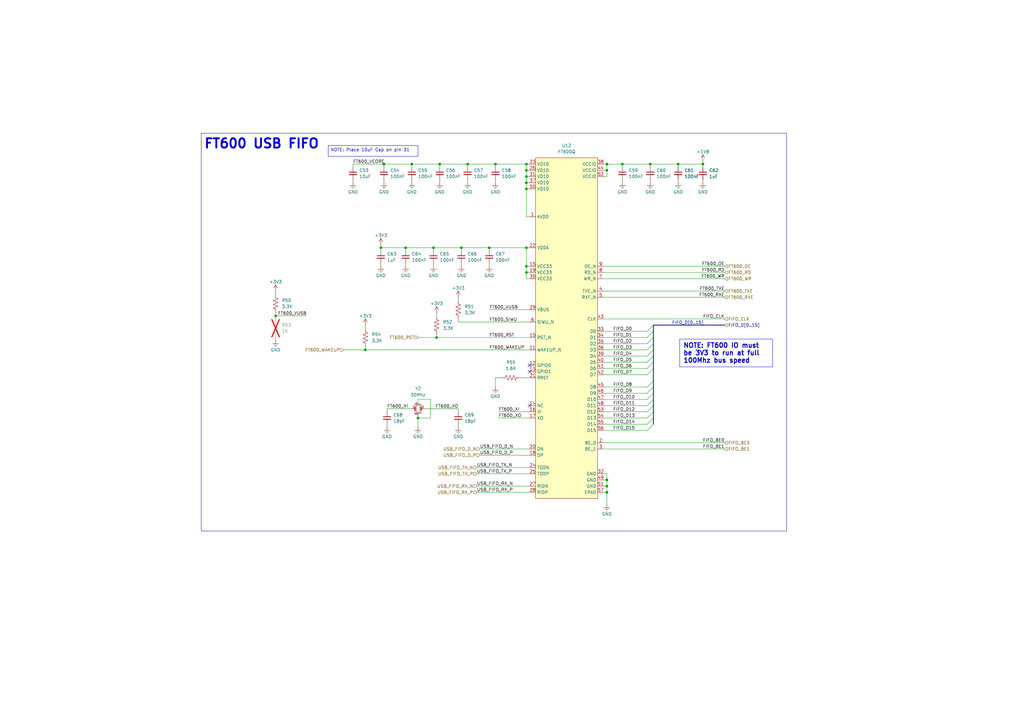
<source format=kicad_sch>
(kicad_sch (version 20231120) (generator "eeschema") (generator_version "8.0")
  (paper "A3")
  (title_block (title "USB-FIFO") (date "2024-10-14") (rev "2.0") (company "Drexel University") (comment 1 "Designed by John Hofmeyr"))
  (lib_symbols
    (symbol "Device:C_Small" (pin_numbers hide) (pin_names (offset 0.254) hide)
      (property "Reference" "C" (at 0.254 1.778 0))
      (property "Value" "C_Small" (at 0.254 -2.032 0))
      (symbol "C_Small_0_1"
        (polyline (pts (xy -1.524 -0.508) (xy 1.524 -0.508)) (stroke (width 0.3302)))
        (polyline (pts (xy -1.524 0.508) (xy 1.524 0.508)) (stroke (width 0.3048)))
      )
      (symbol "C_Small_1_1"
        (pin passive line (at 0 2.54 270) (length 2.032) (name "~") (number "1"))
        (pin passive line (at 0 -2.54 90) (length 2.032) (name "~") (number "2"))
      )
    )
    (symbol "Device:Crystal_GND24_Small" (pin_names (offset 1.016) hide)
      (property "Reference" "Y" (at 1.27 4.445 0))
      (property "Value" "Crystal_GND24_Small" (at 1.27 2.54 0))
      (symbol "Crystal_GND24_Small_0_1"
        (rectangle (start -0.762 -1.524) (end 0.762 1.524))
        (polyline (pts (xy -1.27 -0.762) (xy -1.27 0.762)) (stroke (width 0.381)))
        (polyline (pts (xy 1.27 -0.762) (xy 1.27 0.762)) (stroke (width 0.381)))
        (polyline (pts (xy -1.27 -1.27) (xy -1.27 -1.905) (xy 1.27 -1.905) (xy 1.27 -1.27)))
        (polyline (pts (xy -1.27 1.27) (xy -1.27 1.905) (xy 1.27 1.905) (xy 1.27 1.27)))
      )
      (symbol "Crystal_GND24_Small_1_1"
        (pin passive line (at -2.54 0 0) (length 1.27) (name "1") (number "1"))
        (pin passive line (at 0 -2.54 90) (length 0.635) (name "2") (number "2"))
        (pin passive line (at 2.54 0 180) (length 1.27) (name "3") (number "3"))
        (pin passive line (at 0 2.54 270) (length 0.635) (name "4") (number "4"))
      )
    )
    (symbol "Device:R_US" (pin_numbers hide) (pin_names (offset 0))
      (property "Reference" "R" (at 2.54 0 90))
      (property "Value" "R_US" (at -2.54 0 90))
      (symbol "R_US_0_1"
        (polyline (pts (xy 0 -2.286) (xy 0 -2.54)))
        (polyline (pts (xy 0 2.286) (xy 0 2.54)))
        (polyline (pts (xy 0 -0.762) (xy 1.016 -1.143) (xy 0 -1.524) (xy -1.016 -1.905) (xy 0 -2.286)))
        (polyline (pts (xy 0 0.762) (xy 1.016 0.381) (xy 0 0) (xy -1.016 -0.381) (xy 0 -0.762)))
        (polyline (pts (xy 0 2.286) (xy 1.016 1.905) (xy 0 1.524) (xy -1.016 1.143) (xy 0 0.762)))
      )
      (symbol "R_US_1_1"
        (pin passive line (at 0 3.81 270) (length 1.27) (name "~") (number "1"))
        (pin passive line (at 0 -3.81 90) (length 1.27) (name "~") (number "2"))
      )
    )
    (symbol "IO_Module:FT600Q"
      (property "Reference" "U" (at 12.7 3.81 0))
      (property "Value" "FT600Q" (at 12.7 1.27 0))
      (symbol "FT600Q_1_1"
        (rectangle (start 0 0) (end 25.4 -139.7) (fill (type background)))
        (pin passive line (at -2.54 -24.13 0) (length 2.54) (name "AVDD") (number "1"))
        (pin passive line (at -2.54 -73.66 0) (length 2.54) (name "RST_N") (number "10"))
        (pin passive line (at -2.54 -78.74 0) (length 2.54) (name "WAKEUP_N") (number "11"))
        (pin passive line (at -2.54 -85.09 0) (length 2.54) (name "GPIO0") (number "12"))
        (pin passive line (at -2.54 -87.63 0) (length 2.54) (name "GPIO1") (number "13"))
        (pin passive line (at -2.54 -101.6 0) (length 2.54) (name "NC") (number "14"))
        (pin passive line (at -2.54 -44.45 0) (length 2.54) (name "VCC33") (number "15"))
        (pin passive line (at -2.54 -104.14 0) (length 2.54) (name "XI") (number "16"))
        (pin passive line (at -2.54 -106.68 0) (length 2.54) (name "XO") (number "17"))
        (pin passive line (at -2.54 -121.92 0) (length 2.54) (name "DP") (number "18"))
        (pin passive line (at -2.54 -46.99 0) (length 2.54) (name "VCC33") (number "19"))
        (pin passive line (at 27.94 -116.84 180) (length 2.54) (name "BE_0") (number "2"))
        (pin passive line (at -2.54 -119.38 0) (length 2.54) (name "DN") (number "20"))
        (pin passive line (at -2.54 -90.17 0) (length 2.54) (name "RREF") (number "21"))
        (pin passive line (at -2.54 -36.83 0) (length 2.54) (name "VDDA") (number "22"))
        (pin passive line (at -2.54 -2.54 0) (length 2.54) (name "VD10") (number "23"))
        (pin passive line (at -2.54 -127 0) (length 2.54) (name "TODN") (number "24"))
        (pin passive line (at -2.54 -129.54 0) (length 2.54) (name "TODP") (number "25"))
        (pin passive line (at -2.54 -5.08 0) (length 2.54) (name "VD10") (number "26"))
        (pin passive line (at -2.54 -134.62 0) (length 2.54) (name "RIDN") (number "27"))
        (pin passive line (at -2.54 -137.16 0) (length 2.54) (name "RIDP") (number "28"))
        (pin passive line (at -2.54 -62.23 0) (length 2.54) (name "VBUS") (number "29"))
        (pin passive line (at 27.94 -119.38 180) (length 2.54) (name "BE_1") (number "3"))
        (pin passive line (at -2.54 -49.53 0) (length 2.54) (name "VCC33") (number "30"))
        (pin passive line (at -2.54 -7.62 0) (length 2.54) (name "VD10") (number "31"))
        (pin passive line (at 27.94 -129.54 180) (length 2.54) (name "GND") (number "32"))
        (pin passive line (at 27.94 -71.12 180) (length 2.54) (name "D0") (number "33"))
        (pin passive line (at 27.94 -73.66 180) (length 2.54) (name "D1") (number "34"))
        (pin passive line (at 27.94 -76.2 180) (length 2.54) (name "D2") (number "35"))
        (pin passive line (at 27.94 -78.74 180) (length 2.54) (name "D3") (number "36"))
        (pin passive line (at -2.54 -10.16 0) (length 2.54) (name "VD10") (number "37"))
        (pin passive line (at 27.94 -2.54 180) (length 2.54) (name "VCCIO") (number "38"))
        (pin passive line (at 27.94 -81.28 180) (length 2.54) (name "D4") (number "39"))
        (pin passive line (at 27.94 -54.61 180) (length 2.54) (name "TXE_N") (number "4"))
        (pin passive line (at 27.94 -83.82 180) (length 2.54) (name "D5") (number "40"))
        (pin passive line (at 27.94 -86.36 180) (length 2.54) (name "D6") (number "41"))
        (pin passive line (at 27.94 -88.9 180) (length 2.54) (name "D7") (number "42"))
        (pin passive line (at 27.94 -66.04 180) (length 2.54) (name "CLK") (number "43"))
        (pin passive line (at 27.94 -5.08 180) (length 2.54) (name "VCCIO") (number "44"))
        (pin passive line (at 27.94 -93.98 180) (length 2.54) (name "D8") (number "45"))
        (pin passive line (at 27.94 -96.52 180) (length 2.54) (name "D9") (number "46"))
        (pin passive line (at 27.94 -99.06 180) (length 2.54) (name "D10") (number "47"))
        (pin passive line (at 27.94 -101.6 180) (length 2.54) (name "D11") (number "48"))
        (pin passive line (at 27.94 -132.08 180) (length 2.54) (name "GND") (number "49"))
        (pin passive line (at 27.94 -57.15 180) (length 2.54) (name "RXF_N") (number "5"))
        (pin passive line (at -2.54 -12.7 0) (length 2.54) (name "VD10") (number "50"))
        (pin passive line (at 27.94 -134.62 180) (length 2.54) (name "GND") (number "51"))
        (pin passive line (at 27.94 -7.62 180) (length 2.54) (name "VCCIO") (number "52"))
        (pin passive line (at 27.94 -104.14 180) (length 2.54) (name "D12") (number "53"))
        (pin passive line (at 27.94 -106.68 180) (length 2.54) (name "D13") (number "54"))
        (pin passive line (at 27.94 -109.22 180) (length 2.54) (name "D14") (number "55"))
        (pin passive line (at 27.94 -111.76 180) (length 2.54) (name "D15") (number "56"))
        (pin passive line (at 27.94 -137.16 180) (length 2.54) (name "EPAD") (number "57"))
        (pin passive line (at -2.54 -67.31 0) (length 2.54) (name "SIWU_N") (number "6"))
        (pin passive line (at 27.94 -49.53 180) (length 2.54) (name "WR_N") (number "7"))
        (pin passive line (at 27.94 -46.99 180) (length 2.54) (name "RD_N") (number "8"))
        (pin passive line (at 27.94 -44.45 180) (length 2.54) (name "OE_N") (number "9"))
      )
    )
    (symbol "power:+1V8" (power) (pin_numbers hide) (pin_names (offset 0) hide)
      (property "Value" "+1V8" (at 0 3.556 0))
      (symbol "+1V8_0_1"
        (polyline (pts (xy -0.762 1.27) (xy 0 2.54)))
        (polyline (pts (xy 0 0) (xy 0 2.54)))
        (polyline (pts (xy 0 2.54) (xy 0.762 1.27)))
      )
      (symbol "+1V8_1_1"
        (pin power_in line (at 0 0 90) (length 0) (name "~") (number "1"))
      )
    )
    (symbol "power:+3V3" (power) (pin_numbers hide) (pin_names (offset 0) hide)
      (property "Value" "+3V3" (at 0 3.556 0))
      (symbol "+3V3_0_1"
        (polyline (pts (xy -0.762 1.27) (xy 0 2.54)))
        (polyline (pts (xy 0 0) (xy 0 2.54)))
        (polyline (pts (xy 0 2.54) (xy 0.762 1.27)))
      )
      (symbol "+3V3_1_1"
        (pin power_in line (at 0 0 90) (length 0) (name "~") (number "1"))
      )
    )
    (symbol "power:GND" (power) (pin_numbers hide) (pin_names (offset 0) hide)
      (property "Value" "GND" (at 0 -3.81 0))
      (symbol "GND_0_1"
        (polyline (pts (xy -0.635 -1.905) (xy 0.635 -1.905)))
        (polyline (pts (xy -0.127 -2.54) (xy 0.127 -2.54)))
        (polyline (pts (xy 0 -1.27) (xy 0 0)))
        (polyline (pts (xy 1.27 -1.27) (xy -1.27 -1.27)))
      )
      (symbol "GND_1_1"
        (pin power_in line (at 0 0 270) (length 0) (name "~") (number "1"))
      )
    )
  )
  (junction (at 191.77 67.31))
  (junction (at 166.37 101.6))
  (junction (at 113.03 129.54))
  (junction (at 215.9 77.47))
  (junction (at 248.92 196.85))
  (junction (at 215.9 69.85))
  (junction (at 215.9 74.93))
  (junction (at 288.29 67.31))
  (junction (at 215.9 67.31))
  (junction (at 168.91 67.31))
  (junction (at 248.92 69.85))
  (junction (at 157.48 67.31))
  (junction (at 248.92 201.93))
  (junction (at 215.9 111.76))
  (junction (at 179.07 138.43))
  (junction (at 248.92 199.39))
  (junction (at 180.34 67.31))
  (junction (at 215.9 72.39))
  (junction (at 278.13 67.31))
  (junction (at 203.2 67.31))
  (junction (at 248.92 67.31))
  (junction (at 215.9 109.22))
  (junction (at 266.7 67.31))
  (junction (at 255.27 67.31))
  (junction (at 200.66 101.6))
  (junction (at 171.45 171.45))
  (junction (at 156.21 101.6))
  (junction (at 149.86 143.51))
  (junction (at 215.9 101.6))
  (junction (at 189.23 101.6))
  (junction (at 177.8 101.6))
  (no_connect (at 217.17 149.86))
  (no_connect (at 217.17 166.37))
  (no_connect (at 217.17 152.4))
  (bus_entry (at 265.43 135.89) (size 2.54 -2.54))
  (bus_entry (at 265.43 146.05) (size 2.54 -2.54))
  (bus_entry (at 265.43 138.43) (size 2.54 -2.54))
  (bus_entry (at 265.43 166.37) (size 2.54 -2.54))
  (bus_entry (at 265.43 158.75) (size 2.54 -2.54))
  (bus_entry (at 265.43 143.51) (size 2.54 -2.54))
  (bus_entry (at 265.43 176.53) (size 2.54 -2.54))
  (bus_entry (at 265.43 148.59) (size 2.54 -2.54))
  (bus_entry (at 265.43 161.29) (size 2.54 -2.54))
  (bus_entry (at 265.43 153.67) (size 2.54 -2.54))
  (bus_entry (at 265.43 151.13) (size 2.54 -2.54))
  (bus_entry (at 265.43 168.91) (size 2.54 -2.54))
  (bus_entry (at 265.43 140.97) (size 2.54 -2.54))
  (bus_entry (at 265.43 171.45) (size 2.54 -2.54))
  (bus_entry (at 265.43 173.99) (size 2.54 -2.54))
  (bus_entry (at 265.43 163.83) (size 2.54 -2.54))
  (wire (pts (xy 248.92 201.93) (xy 247.65 201.93)))
  (bus (pts (xy 267.97 148.59) (xy 267.97 146.05)))
  (wire (pts (xy 247.65 176.53) (xy 265.43 176.53)))
  (wire (pts (xy 158.75 173.99) (xy 158.75 175.26)))
  (wire (pts (xy 247.65 119.38) (xy 297.18 119.38)))
  (wire (pts (xy 215.9 109.22) (xy 215.9 111.76)))
  (wire (pts (xy 187.96 132.08) (xy 217.17 132.08)))
  (bus (pts (xy 267.97 161.29) (xy 267.97 158.75)))
  (wire (pts (xy 255.27 73.66) (xy 255.27 74.93)))
  (wire (pts (xy 191.77 67.31) (xy 203.2 67.31)))
  (wire (pts (xy 177.8 101.6) (xy 189.23 101.6)))
  (wire (pts (xy 171.45 165.1) (xy 171.45 163.83)))
  (bus (pts (xy 267.97 173.99) (xy 267.97 171.45)))
  (wire (pts (xy 158.75 167.64) (xy 168.91 167.64)))
  (wire (pts (xy 180.34 73.66) (xy 180.34 74.93)))
  (wire (pts (xy 113.03 138.43) (xy 113.03 139.7)))
  (wire (pts (xy 203.2 154.94) (xy 203.2 158.75)))
  (wire (pts (xy 200.66 127) (xy 217.17 127)))
  (wire (pts (xy 171.45 163.83) (xy 176.53 163.83)))
  (wire (pts (xy 215.9 111.76) (xy 215.9 114.3)))
  (wire (pts (xy 179.07 128.27) (xy 179.07 129.54)))
  (wire (pts (xy 247.65 130.81) (xy 297.18 130.81)))
  (wire (pts (xy 179.07 138.43) (xy 217.17 138.43)))
  (wire (pts (xy 168.91 73.66) (xy 168.91 74.93)))
  (wire (pts (xy 187.96 121.92) (xy 187.96 123.19)))
  (wire (pts (xy 266.7 73.66) (xy 266.7 74.93)))
  (wire (pts (xy 247.65 158.75) (xy 265.43 158.75)))
  (wire (pts (xy 248.92 199.39) (xy 247.65 199.39)))
  (wire (pts (xy 278.13 73.66) (xy 278.13 74.93)))
  (wire (pts (xy 247.65 121.92) (xy 297.18 121.92)))
  (bus (pts (xy 267.97 146.05) (xy 267.97 143.51)))
  (wire (pts (xy 203.2 68.58) (xy 203.2 67.31)))
  (wire (pts (xy 247.65 140.97) (xy 265.43 140.97)))
  (bus (pts (xy 267.97 143.51) (xy 267.97 140.97)))
  (wire (pts (xy 266.7 67.31) (xy 278.13 67.31)))
  (wire (pts (xy 168.91 67.31) (xy 180.34 67.31)))
  (wire (pts (xy 149.86 143.51) (xy 217.17 143.51)))
  (wire (pts (xy 247.65 151.13) (xy 265.43 151.13)))
  (bus (pts (xy 267.97 135.89) (xy 267.97 133.35)))
  (wire (pts (xy 247.65 146.05) (xy 265.43 146.05)))
  (wire (pts (xy 217.17 88.9) (xy 215.9 88.9)))
  (wire (pts (xy 149.86 133.35) (xy 149.86 134.62)))
  (wire (pts (xy 157.48 67.31) (xy 168.91 67.31)))
  (wire (pts (xy 248.92 199.39) (xy 248.92 201.93)))
  (wire (pts (xy 247.65 138.43) (xy 265.43 138.43)))
  (wire (pts (xy 168.91 68.58) (xy 168.91 67.31)))
  (wire (pts (xy 195.58 199.39) (xy 217.17 199.39)))
  (wire (pts (xy 113.03 129.54) (xy 125.73 129.54)))
  (wire (pts (xy 113.03 129.54) (xy 113.03 130.81)))
  (wire (pts (xy 215.9 74.93) (xy 215.9 77.47)))
  (wire (pts (xy 187.96 167.64) (xy 187.96 168.91)))
  (wire (pts (xy 179.07 138.43) (xy 179.07 137.16)))
  (bus (pts (xy 267.97 163.83) (xy 267.97 161.29)))
  (wire (pts (xy 215.9 72.39) (xy 215.9 74.93)))
  (wire (pts (xy 278.13 67.31) (xy 288.29 67.31)))
  (wire (pts (xy 113.03 120.65) (xy 113.03 119.38)))
  (wire (pts (xy 248.92 67.31) (xy 255.27 67.31)))
  (wire (pts (xy 247.65 184.15) (xy 297.18 184.15)))
  (wire (pts (xy 156.21 100.33) (xy 156.21 101.6)))
  (bus (pts (xy 267.97 138.43) (xy 267.97 135.89)))
  (wire (pts (xy 189.23 101.6) (xy 200.66 101.6)))
  (wire (pts (xy 288.29 68.58) (xy 288.29 67.31)))
  (wire (pts (xy 187.96 173.99) (xy 187.96 175.26)))
  (wire (pts (xy 248.92 72.39) (xy 247.65 72.39)))
  (wire (pts (xy 247.65 171.45) (xy 265.43 171.45)))
  (wire (pts (xy 288.29 73.66) (xy 288.29 74.93)))
  (wire (pts (xy 215.9 109.22) (xy 215.9 101.6)))
  (wire (pts (xy 278.13 68.58) (xy 278.13 67.31)))
  (wire (pts (xy 177.8 102.87) (xy 177.8 101.6)))
  (wire (pts (xy 217.17 184.15) (xy 196.85 184.15)))
  (wire (pts (xy 247.65 143.51) (xy 265.43 143.51)))
  (wire (pts (xy 144.78 67.31) (xy 157.48 67.31)))
  (wire (pts (xy 204.47 171.45) (xy 217.17 171.45)))
  (wire (pts (xy 203.2 67.31) (xy 215.9 67.31)))
  (wire (pts (xy 200.66 107.95) (xy 200.66 109.22)))
  (wire (pts (xy 247.65 148.59) (xy 265.43 148.59)))
  (wire (pts (xy 288.29 66.04) (xy 288.29 67.31)))
  (wire (pts (xy 166.37 107.95) (xy 166.37 109.22)))
  (wire (pts (xy 187.96 132.08) (xy 187.96 130.81)))
  (bus (pts (xy 267.97 156.21) (xy 267.97 151.13)))
  (wire (pts (xy 248.92 196.85) (xy 247.65 196.85)))
  (wire (pts (xy 248.92 69.85) (xy 248.92 72.39)))
  (bus (pts (xy 267.97 151.13) (xy 267.97 148.59)))
  (wire (pts (xy 215.9 69.85) (xy 217.17 69.85)))
  (wire (pts (xy 166.37 101.6) (xy 177.8 101.6)))
  (wire (pts (xy 215.9 88.9) (xy 215.9 77.47)))
  (bus (pts (xy 267.97 133.35) (xy 297.18 133.35)))
  (wire (pts (xy 247.65 173.99) (xy 265.43 173.99)))
  (wire (pts (xy 157.48 68.58) (xy 157.48 67.31)))
  (wire (pts (xy 158.75 167.64) (xy 158.75 168.91)))
  (wire (pts (xy 173.99 167.64) (xy 187.96 167.64)))
  (wire (pts (xy 247.65 153.67) (xy 265.43 153.67)))
  (wire (pts (xy 247.65 109.22) (xy 297.18 109.22)))
  (wire (pts (xy 247.65 114.3) (xy 297.18 114.3)))
  (wire (pts (xy 166.37 102.87) (xy 166.37 101.6)))
  (wire (pts (xy 247.65 181.61) (xy 297.18 181.61)))
  (wire (pts (xy 247.65 135.89) (xy 265.43 135.89)))
  (wire (pts (xy 171.45 171.45) (xy 171.45 170.18)))
  (wire (pts (xy 140.97 143.51) (xy 149.86 143.51)))
  (wire (pts (xy 215.9 77.47) (xy 217.17 77.47)))
  (wire (pts (xy 171.45 138.43) (xy 179.07 138.43)))
  (wire (pts (xy 248.92 67.31) (xy 247.65 67.31)))
  (wire (pts (xy 248.92 201.93) (xy 248.92 207.01)))
  (bus (pts (xy 267.97 140.97) (xy 267.97 138.43)))
  (wire (pts (xy 144.78 73.66) (xy 144.78 74.93)))
  (wire (pts (xy 248.92 194.31) (xy 248.92 196.85)))
  (wire (pts (xy 180.34 68.58) (xy 180.34 67.31)))
  (wire (pts (xy 156.21 107.95) (xy 156.21 109.22)))
  (wire (pts (xy 149.86 143.51) (xy 149.86 142.24)))
  (wire (pts (xy 144.78 68.58) (xy 144.78 67.31)))
  (wire (pts (xy 191.77 68.58) (xy 191.77 67.31)))
  (wire (pts (xy 215.9 74.93) (xy 217.17 74.93)))
  (wire (pts (xy 255.27 67.31) (xy 266.7 67.31)))
  (wire (pts (xy 157.48 73.66) (xy 157.48 74.93)))
  (wire (pts (xy 176.53 171.45) (xy 171.45 171.45)))
  (wire (pts (xy 156.21 101.6) (xy 166.37 101.6)))
  (wire (pts (xy 171.45 171.45) (xy 171.45 175.26)))
  (wire (pts (xy 189.23 107.95) (xy 189.23 109.22)))
  (wire (pts (xy 247.65 161.29) (xy 265.43 161.29)))
  (wire (pts (xy 215.9 67.31) (xy 215.9 69.85)))
  (wire (pts (xy 176.53 163.83) (xy 176.53 171.45)))
  (wire (pts (xy 248.92 196.85) (xy 248.92 199.39)))
  (wire (pts (xy 266.7 68.58) (xy 266.7 67.31)))
  (bus (pts (xy 267.97 166.37) (xy 267.97 163.83)))
  (bus (pts (xy 267.97 158.75) (xy 267.97 156.21)))
  (wire (pts (xy 200.66 102.87) (xy 200.66 101.6)))
  (wire (pts (xy 215.9 69.85) (xy 215.9 72.39)))
  (wire (pts (xy 215.9 67.31) (xy 217.17 67.31)))
  (wire (pts (xy 215.9 101.6) (xy 217.17 101.6)))
  (wire (pts (xy 247.65 111.76) (xy 297.18 111.76)))
  (wire (pts (xy 217.17 194.31) (xy 195.58 194.31)))
  (wire (pts (xy 215.9 111.76) (xy 217.17 111.76)))
  (wire (pts (xy 213.36 154.94) (xy 217.17 154.94)))
  (wire (pts (xy 180.34 67.31) (xy 191.77 67.31)))
  (wire (pts (xy 248.92 67.31) (xy 248.92 69.85)))
  (wire (pts (xy 156.21 102.87) (xy 156.21 101.6)))
  (wire (pts (xy 215.9 114.3) (xy 217.17 114.3)))
  (bus (pts (xy 267.97 168.91) (xy 267.97 166.37)))
  (wire (pts (xy 215.9 72.39) (xy 217.17 72.39)))
  (wire (pts (xy 195.58 201.93) (xy 217.17 201.93)))
  (wire (pts (xy 247.65 168.91) (xy 265.43 168.91)))
  (wire (pts (xy 248.92 194.31) (xy 247.65 194.31)))
  (bus (pts (xy 267.97 171.45) (xy 267.97 168.91)))
  (wire (pts (xy 217.17 186.69) (xy 196.85 186.69)))
  (wire (pts (xy 247.65 163.83) (xy 265.43 163.83)))
  (wire (pts (xy 177.8 107.95) (xy 177.8 109.22)))
  (wire (pts (xy 191.77 73.66) (xy 191.77 74.93)))
  (wire (pts (xy 217.17 191.77) (xy 195.58 191.77)))
  (wire (pts (xy 113.03 128.27) (xy 113.03 129.54)))
  (wire (pts (xy 247.65 166.37) (xy 265.43 166.37)))
  (wire (pts (xy 205.74 154.94) (xy 203.2 154.94)))
  (wire (pts (xy 189.23 102.87) (xy 189.23 101.6)))
  (wire (pts (xy 248.92 69.85) (xy 247.65 69.85)))
  (wire (pts (xy 215.9 109.22) (xy 217.17 109.22)))
  (wire (pts (xy 255.27 68.58) (xy 255.27 67.31)))
  (wire (pts (xy 200.66 101.6) (xy 215.9 101.6)))
  (wire (pts (xy 203.2 73.66) (xy 203.2 74.93)))
  (wire (pts (xy 204.47 168.91) (xy 217.17 168.91)))
  (rectangle (start 82.55 54.61) (end 322.58 217.805))
  (text_box "NOTE: Place 10uF Cap on pin 31" (at 134.62 59.69 0) (size 36.83 4.445) (effects (font (size 1.27 1.27)) (justify left top)))
  (text_box "NOTE: FT600 IO must be 3V3 to run at full 100Mhz bus speed" (at 278.765 139.065 0) (size 38.1 11.43) (effects (font (size 1.905 1.905) (bold yes)) (justify left top)))
  (text "FT600 USB FIFO" (at 107.315 59.055 0) (effects (font (size 3.81 3.81) (bold yes))))
  (label "FT600_RD" (at 297.18 111.76 180))
  (label "FIFO_CLK" (at 297.18 130.81 180))
  (label "FIFO_BE1" (at 297.18 184.15 180))
  (label "USB_FIFO_TX_N" (at 195.58 191.77 0))
  (label "FIFO_D12" (at 251.46 168.91 0))
  (label "FT600_OE" (at 297.18 109.22 180))
  (label "USB_FIFO_D_P" (at 196.85 186.69 0))
  (label "USB_FIFO_D_N" (at 196.85 184.15 0))
  (label "FIFO_D1" (at 251.46 138.43 0))
  (label "FIFO_D7" (at 251.46 153.67 0))
  (label "FIFO_D14" (at 251.46 173.99 0))
  (label "FT600_VUSB" (at 200.66 127 0))
  (label "FIFO_D2" (at 251.46 140.97 0))
  (label "FT600_RXE" (at 297.18 121.92 180))
  (label "FT600_XO" (at 187.96 167.64 180))
  (label "FIFO_D15" (at 251.46 176.53 0))
  (label "FIFO_D11" (at 251.46 166.37 0))
  (label "FT600_XI" (at 204.47 168.91 0))
  (label "USB_FIFO_RX_N" (at 195.58 199.39 0))
  (label "FIFO_D8" (at 251.46 158.75 0))
  (label "FIFO_D3" (at 251.46 143.51 0))
  (label "FIFO_D0" (at 251.46 135.89 0))
  (label "FT600_RST" (at 200.66 138.43 0))
  (label "FT600_XO" (at 204.47 171.45 0))
  (label "FIFO_D10" (at 251.46 163.83 0))
  (label "FIFO_D6" (at 251.46 151.13 0))
  (label "FIFO_D4" (at 251.46 146.05 0))
  (label "USB_FIFO_RX_P" (at 195.58 201.93 0))
  (label "FIFO_D9" (at 251.46 161.29 0))
  (label "FIFO_D13" (at 251.46 171.45 0))
  (label "FT600_SIWU" (at 200.66 132.08 0))
  (label "FIFO_D[0..15]" (at 275.59 133.35 0))
  (label "FIFO_BE0" (at 297.18 181.61 180))
  (label "FT600_XI" (at 158.75 167.64 0))
  (label "FIFO_D5" (at 251.46 148.59 0))
  (label "FT600_WAKEUP" (at 200.66 143.51 0))
  (label "FT600_WR" (at 297.18 114.3 180))
  (label "FT600_TXE" (at 297.18 119.38 180))
  (label "USB_FIFO_TX_P" (at 195.58 194.31 0))
  (label "FT600_VUSB" (at 125.73 129.54 180))
  (label "FT600_VCORE" (at 144.78 67.31 0))
  (hierarchical_label "FT600_WR" (shape input) (at 297.18 114.3 0))
  (hierarchical_label "USB_FIFO_RX_N" (shape input) (at 195.58 199.39 180))
  (hierarchical_label "FIFO_BE0" (shape input) (at 297.18 181.61 0))
  (hierarchical_label "FT600_RXE" (shape input) (at 297.18 121.92 0))
  (hierarchical_label "FIFO_D[0..15]" (shape input) (at 297.18 133.35 0))
  (hierarchical_label "FIFO_CLK" (shape input) (at 297.18 130.81 0))
  (hierarchical_label "FT600_WAKEUP" (shape input) (at 140.97 143.51 180))
  (hierarchical_label "USB_FIFO_RX_P" (shape input) (at 195.58 201.93 180))
  (hierarchical_label "FIFO_BE1" (shape input) (at 297.18 184.15 0))
  (hierarchical_label "USB_FIFO_TX_P" (shape input) (at 195.58 194.31 180))
  (hierarchical_label "USB_FIFO_TX_N" (shape input) (at 195.58 191.77 180))
  (hierarchical_label "USB_FIFO_D_P" (shape input) (at 196.85 186.69 180))
  (hierarchical_label "USB_FIFO_D_N" (shape input) (at 196.85 184.15 180))
  (hierarchical_label "FT600_RD" (shape input) (at 297.18 111.76 0))
  (hierarchical_label "FT600_TXE" (shape input) (at 297.18 119.38 0))
  (hierarchical_label "FT600_RST" (shape input) (at 171.45 138.43 180))
  (hierarchical_label "FT600_OE" (shape input) (at 297.18 109.22 0))
  (symbol (lib_id "Device:R_US") (at 179.07 133.35 180) (unit 1)
    (property "Reference" "R52" (at 181.61 132.0799 0) (effects (justify right)))
    (property "Value" "3.3K" (at 181.61 134.6199 0) (effects (justify right)))
    (property "Footprint" "Resistor_SMD:R_0201_0603Metric" (effects (hide yes)))
    (property "Description" "Resistor, US symbol" (effects (hide yes)))
  )
  (symbol (lib_id "Device:C_Small") (at 191.77 71.12 0) (unit 1)
    (property "Reference" "C57" (at 194.31 69.8562 0) (effects (justify left)))
    (property "Value" "100nF" (at 194.31 72.3962 0) (effects (justify left)))
    (property "Footprint" "Capacitor_SMD:C_0201_0603Metric" (effects (hide yes)))
    (property "Description" "Unpolarized capacitor, small symbol" (effects (hide yes)))
  )
  (symbol (lib_id "Device:C_Small") (at 278.13 71.12 0) (unit 1)
    (property "Reference" "C61" (at 280.67 69.8562 0) (effects (justify left)))
    (property "Value" "100nF" (at 280.67 72.3962 0) (effects (justify left)))
    (property "Footprint" "Capacitor_SMD:C_0201_0603Metric" (effects (hide yes)))
    (property "Description" "Unpolarized capacitor, small symbol" (effects (hide yes)))
  )
  (symbol (lib_id "power:GND") (at 255.27 74.93 0) (mirror y) (unit 1)
    (property "Reference" "#PWR0125" (effects (hide yes)))
    (property "Value" "GND" (at 255.27 78.74 0))
    (property "Description" "Power symbol creates a global label with name \"GND\" , ground" (effects (hide yes)))
  )
  (symbol (lib_id "power:+3V3") (at 113.03 119.38 0) (unit 1)
    (property "Reference" "#PWR0135" (effects (hide yes)))
    (property "Value" "+3V3" (at 113.03 115.57 0))
    (property "Description" "Power symbol creates a global label with name \"+3V3\"" (effects (hide yes)))
  )
  (symbol (lib_id "power:GND") (at 180.34 74.93 0) (unit 1)
    (property "Reference" "#PWR0122" (effects (hide yes)))
    (property "Value" "GND" (at 180.34 78.74 0))
    (property "Description" "Power symbol creates a global label with name \"GND\" , ground" (effects (hide yes)))
  )
  (symbol (lib_id "Device:C_Small") (at 168.91 71.12 0) (unit 1)
    (property "Reference" "C55" (at 171.45 69.8562 0) (effects (justify left)))
    (property "Value" "100nF" (at 171.45 72.3962 0) (effects (justify left)))
    (property "Footprint" "Capacitor_SMD:C_0201_0603Metric" (effects (hide yes)))
    (property "Description" "Unpolarized capacitor, small symbol" (effects (hide yes)))
  )
  (symbol (lib_id "Device:Crystal_GND24_Small") (at 171.45 167.64 0) (unit 1)
    (property "Reference" "Y2" (at 171.45 159.385 0))
    (property "Value" "30Mhz" (at 171.45 161.925 0))
    (property "Footprint" "Oscillator:Oscillator_SMD_Abracon_ASE-4Pin_3.2x2.5mm" (effects (hide yes)))
    (property "Datasheet" "https://abracon.com/Resonators/ABM8G.pdf" (effects (hide yes)))
    (property "Description" "Four pin crystal, GND on pins 2 and 4, small symbol" (effects (hide yes)))
  )
  (symbol (lib_id "Device:C_Small") (at 177.8 105.41 0) (unit 1)
    (property "Reference" "C65" (at 180.34 104.1462 0) (effects (justify left)))
    (property "Value" "100nF" (at 180.34 106.6862 0) (effects (justify left)))
    (property "Footprint" "Capacitor_SMD:C_0201_0603Metric" (effects (hide yes)))
    (property "Description" "Unpolarized capacitor, small symbol" (effects (hide yes)))
  )
  (symbol (lib_id "power:GND") (at 248.92 207.01 0) (unit 1)
    (property "Reference" "#PWR0144" (effects (hide yes)))
    (property "Value" "GND" (at 248.92 210.82 0))
    (property "Description" "Power symbol creates a global label with name \"GND\" , ground" (effects (hide yes)))
  )
  (symbol (lib_id "Device:C_Small") (at 200.66 105.41 0) (unit 1)
    (property "Reference" "C67" (at 203.2 104.1462 0) (effects (justify left)))
    (property "Value" "100nF" (at 203.2 106.6862 0) (effects (justify left)))
    (property "Footprint" "Capacitor_SMD:C_0201_0603Metric" (effects (hide yes)))
    (property "Description" "Unpolarized capacitor, small symbol" (effects (hide yes)))
  )
  (symbol (lib_id "power:GND") (at 156.21 109.22 0) (unit 1)
    (property "Reference" "#PWR0130" (effects (hide yes)))
    (property "Value" "GND" (at 156.21 113.03 0))
    (property "Description" "Power symbol creates a global label with name \"GND\" , ground" (effects (hide yes)))
  )
  (symbol (lib_id "IO_Module:FT600Q") (at 219.71 64.77 0) (unit 1)
    (property "Reference" "U12" (at 232.41 59.69 0))
    (property "Value" "FT600Q" (at 232.41 62.23 0))
    (property "Footprint" "Package_DFN_QFN:QFN-56-1EP_7x7mm_P0.4mm_EP4x4mm" (effects (hide yes)))
    (property "Datasheet" "https://ftdichip.com/wp-content/uploads/2020/07/DS_FT600Q-FT601Q-IC-Datasheet.pdf" (effects (hide yes)))
  )
  (symbol (lib_id "power:+3V3") (at 149.86 133.35 0) (unit 1)
    (property "Reference" "#PWR0138" (effects (hide yes)))
    (property "Value" "+3V3" (at 149.86 129.54 0))
    (property "Description" "Power symbol creates a global label with name \"+3V3\"" (effects (hide yes)))
  )
  (symbol (lib_id "power:GND") (at 203.2 74.93 0) (unit 1)
    (property "Reference" "#PWR0124" (effects (hide yes)))
    (property "Value" "GND" (at 203.2 78.74 0))
    (property "Description" "Power symbol creates a global label with name \"GND\" , ground" (effects (hide yes)))
  )
  (symbol (lib_id "Device:C_Small") (at 156.21 105.41 0) (unit 1)
    (property "Reference" "C63" (at 158.75 104.1462 0) (effects (justify left)))
    (property "Value" "1uF" (at 158.75 106.6862 0) (effects (justify left)))
    (property "Footprint" "Capacitor_SMD:C_0201_0603Metric" (effects (hide yes)))
    (property "Description" "Unpolarized capacitor, small symbol" (effects (hide yes)))
  )
  (symbol (lib_id "power:GND") (at 158.75 175.26 0) (unit 1)
    (property "Reference" "#PWR0141" (effects (hide yes)))
    (property "Value" "GND" (at 158.75 179.07 0))
    (property "Description" "Power symbol creates a global label with name \"GND\" , ground" (effects (hide yes)))
  )
  (symbol (lib_id "power:GND") (at 144.78 74.93 0) (unit 1)
    (property "Reference" "#PWR0119" (effects (hide yes)))
    (property "Value" "GND" (at 144.78 78.74 0))
    (property "Description" "Power symbol creates a global label with name \"GND\" , ground" (effects (hide yes)))
  )
  (symbol (lib_id "power:GND") (at 189.23 109.22 0) (unit 1)
    (property "Reference" "#PWR0133" (effects (hide yes)))
    (property "Value" "GND" (at 189.23 113.03 0))
    (property "Description" "Power symbol creates a global label with name \"GND\" , ground" (effects (hide yes)))
  )
  (symbol (lib_id "Device:C_Small") (at 187.96 171.45 0) (unit 1)
    (property "Reference" "C69" (at 190.5 170.1862 0) (effects (justify left)))
    (property "Value" "18pF" (at 190.5 172.7262 0) (effects (justify left)))
    (property "Footprint" "Capacitor_SMD:C_0201_0603Metric" (effects (hide yes)))
    (property "Description" "Unpolarized capacitor, small symbol" (effects (hide yes)))
  )
  (symbol (lib_id "power:GND") (at 171.45 175.26 0) (unit 1)
    (property "Reference" "#PWR0142" (effects (hide yes)))
    (property "Value" "GND" (at 171.45 179.07 0))
    (property "Description" "Power symbol creates a global label with name \"GND\" , ground" (effects (hide yes)))
  )
  (symbol (lib_id "Device:C_Small") (at 255.27 71.12 0) (unit 1)
    (property "Reference" "C59" (at 257.81 69.8562 0) (effects (justify left)))
    (property "Value" "100nF" (at 257.81 72.3962 0) (effects (justify left)))
    (property "Footprint" "Capacitor_SMD:C_0201_0603Metric" (effects (hide yes)))
    (property "Description" "Unpolarized capacitor, small symbol" (effects (hide yes)))
  )
  (symbol (lib_id "Device:R_US") (at 113.03 124.46 180) (unit 1)
    (property "Reference" "R50" (at 115.57 123.1899 0) (effects (justify right)))
    (property "Value" "3.3K" (at 115.57 125.7299 0) (effects (justify right)))
    (property "Footprint" "Resistor_SMD:R_0201_0603Metric" (effects (hide yes)))
    (property "Description" "Resistor, US symbol" (effects (hide yes)))
  )
  (symbol (lib_id "Device:C_Small") (at 144.78 71.12 0) (unit 1)
    (property "Reference" "C53" (at 147.32 69.8562 0) (effects (justify left)))
    (property "Value" "10uF" (at 147.32 72.3962 0) (effects (justify left)))
    (property "Footprint" "Capacitor_SMD:C_0603_1608Metric" (effects (hide yes)))
    (property "Description" "Unpolarized capacitor, small symbol" (effects (hide yes)))
  )
  (symbol (lib_id "Device:R_US") (at 187.96 127 180) (unit 1)
    (property "Reference" "R51" (at 190.5 125.7299 0) (effects (justify right)))
    (property "Value" "3.3K" (at 190.5 128.2699 0) (effects (justify right)))
    (property "Footprint" "Resistor_SMD:R_0201_0603Metric" (effects (hide yes)))
    (property "Description" "Resistor, US symbol" (effects (hide yes)))
  )
  (symbol (lib_id "power:GND") (at 288.29 74.93 0) (mirror y) (unit 1)
    (property "Reference" "#PWR0128" (effects (hide yes)))
    (property "Value" "GND" (at 288.29 78.74 0))
    (property "Description" "Power symbol creates a global label with name \"GND\" , ground" (effects (hide yes)))
  )
  (symbol (lib_id "Device:C_Small") (at 166.37 105.41 0) (unit 1)
    (property "Reference" "C64" (at 168.91 104.1462 0) (effects (justify left)))
    (property "Value" "100nF" (at 168.91 106.6862 0) (effects (justify left)))
    (property "Footprint" "Capacitor_SMD:C_0201_0603Metric" (effects (hide yes)))
    (property "Description" "Unpolarized capacitor, small symbol" (effects (hide yes)))
  )
  (symbol (lib_id "Device:C_Small") (at 158.75 171.45 0) (unit 1)
    (property "Reference" "C68" (at 161.29 170.1862 0) (effects (justify left)))
    (property "Value" "18pF" (at 161.29 172.7262 0) (effects (justify left)))
    (property "Footprint" "Capacitor_SMD:C_0201_0603Metric" (effects (hide yes)))
    (property "Description" "Unpolarized capacitor, small symbol" (effects (hide yes)))
  )
  (symbol (lib_id "Device:C_Small") (at 180.34 71.12 0) (unit 1)
    (property "Reference" "C56" (at 182.88 69.8562 0) (effects (justify left)))
    (property "Value" "100nF" (at 182.88 72.3962 0) (effects (justify left)))
    (property "Footprint" "Capacitor_SMD:C_0201_0603Metric" (effects (hide yes)))
    (property "Description" "Unpolarized capacitor, small symbol" (effects (hide yes)))
  )
  (symbol (lib_id "Device:C_Small") (at 203.2 71.12 0) (unit 1)
    (property "Reference" "C58" (at 205.74 69.8562 0) (effects (justify left)))
    (property "Value" "100nF" (at 205.74 72.3962 0) (effects (justify left)))
    (property "Footprint" "Capacitor_SMD:C_0201_0603Metric" (effects (hide yes)))
    (property "Description" "Unpolarized capacitor, small symbol" (effects (hide yes)))
  )
  (symbol (lib_id "power:+3V3") (at 156.21 100.33 0) (unit 1)
    (property "Reference" "#PWR0129" (effects (hide yes)))
    (property "Value" "+3V3" (at 156.21 96.52 0))
    (property "Description" "Power symbol creates a global label with name \"+3V3\"" (effects (hide yes)))
  )
  (symbol (lib_id "power:+3V3") (at 187.96 121.92 0) (unit 1)
    (property "Reference" "#PWR0136" (effects (hide yes)))
    (property "Value" "+3V3" (at 187.96 118.11 0))
    (property "Description" "Power symbol creates a global label with name \"+3V3\"" (effects (hide yes)))
  )
  (symbol (lib_id "Device:R_US") (at 113.03 134.62 180) (unit 1) (dnp yes)
    (property "Reference" "R53" (at 115.57 133.3499 0) (effects (justify right)))
    (property "Value" "1K" (at 115.57 135.8899 0) (effects (justify right)))
    (property "Footprint" "Resistor_SMD:R_0201_0603Metric" (effects (hide yes)))
    (property "Description" "Resistor, US symbol" (effects (hide yes)))
  )
  (symbol (lib_id "power:GND") (at 113.03 139.7 0) (unit 1)
    (property "Reference" "#PWR0139" (effects (hide yes)))
    (property "Value" "GND" (at 113.03 143.51 0))
    (property "Description" "Power symbol creates a global label with name \"GND\" , ground" (effects (hide yes)))
  )
  (symbol (lib_id "Device:C_Small") (at 266.7 71.12 0) (unit 1)
    (property "Reference" "C60" (at 269.24 69.8562 0) (effects (justify left)))
    (property "Value" "100nF" (at 269.24 72.3962 0) (effects (justify left)))
    (property "Footprint" "Capacitor_SMD:C_0201_0603Metric" (effects (hide yes)))
    (property "Description" "Unpolarized capacitor, small symbol" (effects (hide yes)))
  )
  (symbol (lib_id "power:GND") (at 168.91 74.93 0) (unit 1)
    (property "Reference" "#PWR0121" (effects (hide yes)))
    (property "Value" "GND" (at 168.91 78.74 0))
    (property "Description" "Power symbol creates a global label with name \"GND\" , ground" (effects (hide yes)))
  )
  (symbol (lib_id "power:+1V8") (at 288.29 66.04 0) (unit 1)
    (property "Reference" "#PWR0118" (effects (hide yes)))
    (property "Value" "+1V8" (at 288.29 62.23 0))
    (property "Description" "Power symbol creates a global label with name \"+1V8\"" (effects (hide yes)))
  )
  (symbol (lib_id "power:GND") (at 278.13 74.93 0) (mirror y) (unit 1)
    (property "Reference" "#PWR0127" (effects (hide yes)))
    (property "Value" "GND" (at 278.13 78.74 0))
    (property "Description" "Power symbol creates a global label with name \"GND\" , ground" (effects (hide yes)))
  )
  (symbol (lib_id "power:GND") (at 166.37 109.22 0) (unit 1)
    (property "Reference" "#PWR0131" (effects (hide yes)))
    (property "Value" "GND" (at 166.37 113.03 0))
    (property "Description" "Power symbol creates a global label with name \"GND\" , ground" (effects (hide yes)))
  )
  (symbol (lib_id "power:GND") (at 266.7 74.93 0) (mirror y) (unit 1)
    (property "Reference" "#PWR0126" (effects (hide yes)))
    (property "Value" "GND" (at 266.7 78.74 0))
    (property "Description" "Power symbol creates a global label with name \"GND\" , ground" (effects (hide yes)))
  )
  (symbol (lib_id "power:GND") (at 203.2 158.75 0) (unit 1)
    (property "Reference" "#PWR0140" (effects (hide yes)))
    (property "Value" "GND" (at 203.2 162.56 0))
    (property "Description" "Power symbol creates a global label with name \"GND\" , ground" (effects (hide yes)))
  )
  (symbol (lib_id "power:GND") (at 200.66 109.22 0) (unit 1)
    (property "Reference" "#PWR0134" (effects (hide yes)))
    (property "Value" "GND" (at 200.66 113.03 0))
    (property "Description" "Power symbol creates a global label with name \"GND\" , ground" (effects (hide yes)))
  )
  (symbol (lib_id "Device:C_Small") (at 189.23 105.41 0) (unit 1)
    (property "Reference" "C66" (at 191.77 104.1462 0) (effects (justify left)))
    (property "Value" "100nF" (at 191.77 106.6862 0) (effects (justify left)))
    (property "Footprint" "Capacitor_SMD:C_0201_0603Metric" (effects (hide yes)))
    (property "Description" "Unpolarized capacitor, small symbol" (effects (hide yes)))
  )
  (symbol (lib_id "power:+3V3") (at 179.07 128.27 0) (unit 1)
    (property "Reference" "#PWR0137" (effects (hide yes)))
    (property "Value" "+3V3" (at 179.07 124.46 0))
    (property "Description" "Power symbol creates a global label with name \"+3V3\"" (effects (hide yes)))
  )
  (symbol (lib_id "power:GND") (at 187.96 175.26 0) (unit 1)
    (property "Reference" "#PWR0143" (effects (hide yes)))
    (property "Value" "GND" (at 187.96 179.07 0))
    (property "Description" "Power symbol creates a global label with name \"GND\" , ground" (effects (hide yes)))
  )
  (symbol (lib_id "power:GND") (at 177.8 109.22 0) (unit 1)
    (property "Reference" "#PWR0132" (effects (hide yes)))
    (property "Value" "GND" (at 177.8 113.03 0))
    (property "Description" "Power symbol creates a global label with name \"GND\" , ground" (effects (hide yes)))
  )
  (symbol (lib_id "Device:R_US") (at 149.86 138.43 180) (unit 1)
    (property "Reference" "R54" (at 152.4 137.1599 0) (effects (justify right)))
    (property "Value" "3.3K" (at 152.4 139.6999 0) (effects (justify right)))
    (property "Footprint" "Resistor_SMD:R_0201_0603Metric" (effects (hide yes)))
    (property "Description" "Resistor, US symbol" (effects (hide yes)))
  )
  (symbol (lib_id "Device:R_US") (at 209.55 154.94 270) (unit 1)
    (property "Reference" "R55" (at 209.55 148.59 90))
    (property "Value" "1.6K" (at 209.55 151.13 90))
    (property "Footprint" "Resistor_SMD:R_0201_0603Metric" (effects (hide yes)))
    (property "Description" "Resistor, US symbol" (effects (hide yes)))
  )
  (symbol (lib_id "Device:C_Small") (at 157.48 71.12 0) (unit 1)
    (property "Reference" "C54" (at 160.02 69.8562 0) (effects (justify left)))
    (property "Value" "100nF" (at 160.02 72.3962 0) (effects (justify left)))
    (property "Footprint" "Capacitor_SMD:C_0201_0603Metric" (effects (hide yes)))
    (property "Description" "Unpolarized capacitor, small symbol" (effects (hide yes)))
  )
  (symbol (lib_id "power:GND") (at 157.48 74.93 0) (unit 1)
    (property "Reference" "#PWR0120" (effects (hide yes)))
    (property "Value" "GND" (at 157.48 78.74 0))
    (property "Description" "Power symbol creates a global label with name \"GND\" , ground" (effects (hide yes)))
  )
  (symbol (lib_id "power:GND") (at 191.77 74.93 0) (unit 1)
    (property "Reference" "#PWR0123" (effects (hide yes)))
    (property "Value" "GND" (at 191.77 78.74 0))
    (property "Description" "Power symbol creates a global label with name \"GND\" , ground" (effects (hide yes)))
  )
  (symbol (lib_id "Device:C_Small") (at 288.29 71.12 0) (unit 1)
    (property "Reference" "C62" (at 290.83 69.8562 0) (effects (justify left)))
    (property "Value" "1uF" (at 290.83 72.3962 0) (effects (justify left)))
    (property "Footprint" "Capacitor_SMD:C_0201_0603Metric" (effects (hide yes)))
    (property "Description" "Unpolarized capacitor, small symbol" (effects (hide yes)))
  )
)
</source>
